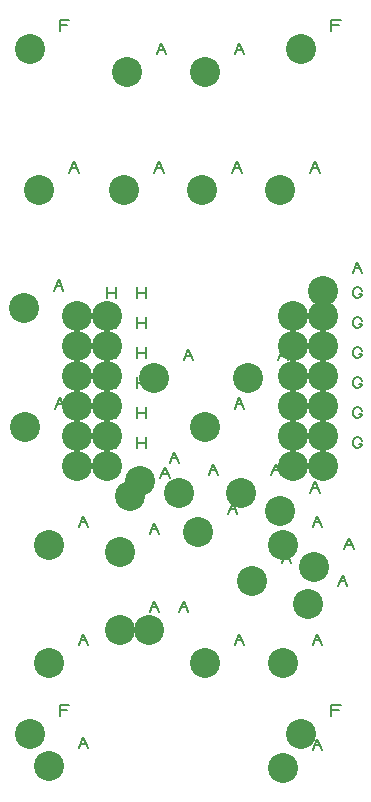
<source format=gbr>
G04 DesignSpark PCB PRO Gerber Version 10.0 Build 5299*
G04 #@! TF.Part,Single*
G04 #@! TF.FileFunction,Drillmap*
G04 #@! TF.FilePolarity,Positive*
%FSLAX35Y35*%
%MOIN*%
%ADD16C,0.00500*%
G04 #@! TA.AperFunction,ViaPad*
%ADD15C,0.10000*%
G04 #@! TD.AperFunction*
X0Y0D02*
D02*
D15*
X25984Y165748D03*
X26378Y126378D03*
X27953Y24016D03*
Y252362D03*
X31102Y205118D03*
X34252Y13189D03*
Y47638D03*
Y87008D03*
X43543Y113189D03*
Y123189D03*
Y133189D03*
Y143189D03*
Y153189D03*
Y163189D03*
X53543Y113189D03*
Y123189D03*
Y133189D03*
Y143189D03*
Y153189D03*
Y163189D03*
X57874Y58661D03*
Y84646D03*
X59449Y205118D03*
X60236Y244488D03*
X61417Y103150D03*
X64567Y108268D03*
X67717Y58661D03*
X69291Y142520D03*
X77559Y104331D03*
X84055Y91339D03*
X85433Y205118D03*
X86220Y47638D03*
Y126378D03*
Y244488D03*
X98425Y104331D03*
X100787Y142520D03*
X101969Y74803D03*
X111417Y98382D03*
Y205118D03*
X112205Y12598D03*
Y47638D03*
Y87008D03*
X115591Y113189D03*
Y123189D03*
Y133189D03*
Y143189D03*
Y153189D03*
Y163189D03*
X118504Y24016D03*
Y252362D03*
X120669Y67323D03*
X122835Y79528D03*
X125591Y113189D03*
Y123189D03*
Y133189D03*
Y143189D03*
Y153189D03*
Y163189D03*
Y171654D03*
D02*
D16*
X35984Y171685D02*
X37547Y175435D01*
X39109Y171685D01*
X36609Y173248D02*
X38484D01*
X36378Y132315D02*
X37941Y136065D01*
X39503Y132315D01*
X37003Y133878D02*
X38878D01*
X37953Y29953D02*
Y33703D01*
X41078D01*
X40453Y31828D02*
X37953D01*
Y258300D02*
Y262050D01*
X41078D01*
X40453Y260175D02*
X37953D01*
X41102Y211056D02*
X42665Y214806D01*
X44228Y211056D01*
X41728Y212618D02*
X43602D01*
X44252Y19126D02*
X45815Y22876D01*
X47377Y19126D01*
X44877Y20689D02*
X46752D01*
X44252Y53575D02*
X45815Y57325D01*
X47377Y53575D01*
X44877Y55138D02*
X46752D01*
X44252Y92945D02*
X45815Y96695D01*
X47377Y92945D01*
X44877Y94508D02*
X46752D01*
X53543Y119126D02*
Y122876D01*
Y121002D02*
X56669D01*
Y119126D02*
Y122876D01*
X53543Y129126D02*
Y132876D01*
Y131002D02*
X56669D01*
Y129126D02*
Y132876D01*
X53543Y139126D02*
Y142876D01*
Y141002D02*
X56669D01*
Y139126D02*
Y142876D01*
X53543Y149126D02*
Y152876D01*
Y151002D02*
X56669D01*
Y149126D02*
Y152876D01*
X53543Y159126D02*
Y162876D01*
Y161002D02*
X56669D01*
Y159126D02*
Y162876D01*
X53543Y169126D02*
Y172876D01*
Y171002D02*
X56669D01*
Y169126D02*
Y172876D01*
X63543Y119126D02*
Y122876D01*
Y121002D02*
X66669D01*
Y119126D02*
Y122876D01*
X63543Y129126D02*
Y132876D01*
Y131002D02*
X66669D01*
Y129126D02*
Y132876D01*
X63543Y139126D02*
Y142876D01*
Y141002D02*
X66669D01*
Y139126D02*
Y142876D01*
X63543Y149126D02*
Y152876D01*
Y151002D02*
X66669D01*
Y149126D02*
Y152876D01*
X63543Y159126D02*
Y162876D01*
Y161002D02*
X66669D01*
Y159126D02*
Y162876D01*
X63543Y169126D02*
Y172876D01*
Y171002D02*
X66669D01*
Y169126D02*
Y172876D01*
X67874Y64599D02*
X69437Y68349D01*
X70999Y64599D01*
X68499Y66161D02*
X70374D01*
X67874Y90583D02*
X69437Y94333D01*
X70999Y90583D01*
X68499Y92146D02*
X70374D01*
X69449Y211056D02*
X71011Y214806D01*
X72574Y211056D01*
X70074Y212618D02*
X71949D01*
X70236Y250426D02*
X71799Y254176D01*
X73361Y250426D01*
X70861Y251988D02*
X72736D01*
X71417Y109087D02*
X72980Y112837D01*
X74543Y109087D01*
X72043Y110650D02*
X73917D01*
X74567Y114205D02*
X76130Y117955D01*
X77692Y114205D01*
X75192Y115768D02*
X77067D01*
X77717Y64599D02*
X79279Y68349D01*
X80842Y64599D01*
X78342Y66161D02*
X80217D01*
X79291Y148457D02*
X80854Y152207D01*
X82417Y148457D01*
X79917Y150020D02*
X81791D01*
X87559Y110268D02*
X89122Y114018D01*
X90684Y110268D01*
X88184Y111831D02*
X90059D01*
X94055Y97276D02*
X95618Y101026D01*
X97180Y97276D01*
X94680Y98839D02*
X96555D01*
X95433Y211056D02*
X96996Y214806D01*
X98558Y211056D01*
X96058Y212618D02*
X97933D01*
X96220Y53575D02*
X97783Y57325D01*
X99346Y53575D01*
X96846Y55138D02*
X98720D01*
X96220Y132315D02*
X97783Y136065D01*
X99346Y132315D01*
X96846Y133878D02*
X98720D01*
X96220Y250426D02*
X97783Y254176D01*
X99346Y250426D01*
X96846Y251988D02*
X98720D01*
X108425Y110268D02*
X109988Y114018D01*
X111550Y110268D01*
X109050Y111831D02*
X110925D01*
X110787Y148457D02*
X112350Y152207D01*
X113913Y148457D01*
X111413Y150020D02*
X113287D01*
X111969Y80741D02*
X113531Y84491D01*
X115094Y80741D01*
X112594Y82303D02*
X114469D01*
X121417Y104319D02*
X122980Y108069D01*
X124543Y104319D01*
X122043Y105882D02*
X123917D01*
X121417Y211056D02*
X122980Y214806D01*
X124543Y211056D01*
X122043Y212618D02*
X123917D01*
X122205Y18536D02*
X123767Y22286D01*
X125330Y18536D01*
X122830Y20098D02*
X124705D01*
X122205Y53575D02*
X123767Y57325D01*
X125330Y53575D01*
X122830Y55138D02*
X124705D01*
X122205Y92945D02*
X123767Y96695D01*
X125330Y92945D01*
X122830Y94508D02*
X124705D01*
X127778Y120689D02*
X128716D01*
Y120376D01*
X128403Y119752D01*
X128091Y119439D01*
X127466Y119126D01*
X126841D01*
X126216Y119439D01*
X125903Y119752D01*
X125591Y120376D01*
Y121626D01*
X125903Y122252D01*
X126216Y122564D01*
X126841Y122876D01*
X127466D01*
X128091Y122564D01*
X128403Y122252D01*
X128716Y121626D01*
X127778Y130689D02*
X128716D01*
Y130376D01*
X128403Y129752D01*
X128091Y129439D01*
X127466Y129126D01*
X126841D01*
X126216Y129439D01*
X125903Y129752D01*
X125591Y130376D01*
Y131626D01*
X125903Y132252D01*
X126216Y132564D01*
X126841Y132876D01*
X127466D01*
X128091Y132564D01*
X128403Y132252D01*
X128716Y131626D01*
X127778Y140689D02*
X128716D01*
Y140376D01*
X128403Y139752D01*
X128091Y139439D01*
X127466Y139126D01*
X126841D01*
X126216Y139439D01*
X125903Y139752D01*
X125591Y140376D01*
Y141626D01*
X125903Y142252D01*
X126216Y142564D01*
X126841Y142876D01*
X127466D01*
X128091Y142564D01*
X128403Y142252D01*
X128716Y141626D01*
X127778Y150689D02*
X128716D01*
Y150376D01*
X128403Y149752D01*
X128091Y149439D01*
X127466Y149126D01*
X126841D01*
X126216Y149439D01*
X125903Y149752D01*
X125591Y150376D01*
Y151626D01*
X125903Y152252D01*
X126216Y152564D01*
X126841Y152876D01*
X127466D01*
X128091Y152564D01*
X128403Y152252D01*
X128716Y151626D01*
X127778Y160689D02*
X128716D01*
Y160376D01*
X128403Y159752D01*
X128091Y159439D01*
X127466Y159126D01*
X126841D01*
X126216Y159439D01*
X125903Y159752D01*
X125591Y160376D01*
Y161626D01*
X125903Y162252D01*
X126216Y162564D01*
X126841Y162876D01*
X127466D01*
X128091Y162564D01*
X128403Y162252D01*
X128716Y161626D01*
X127778Y170689D02*
X128716D01*
Y170376D01*
X128403Y169752D01*
X128091Y169439D01*
X127466Y169126D01*
X126841D01*
X126216Y169439D01*
X125903Y169752D01*
X125591Y170376D01*
Y171626D01*
X125903Y172252D01*
X126216Y172564D01*
X126841Y172876D01*
X127466D01*
X128091Y172564D01*
X128403Y172252D01*
X128716Y171626D01*
X128504Y29953D02*
Y33703D01*
X131629D01*
X131004Y31828D02*
X128504D01*
Y258300D02*
Y262050D01*
X131629D01*
X131004Y260175D02*
X128504D01*
X130669Y73260D02*
X132232Y77010D01*
X133794Y73260D01*
X131294Y74823D02*
X133169D01*
X132835Y85465D02*
X134397Y89215D01*
X135960Y85465D01*
X133460Y87028D02*
X135335D01*
X137778Y120689D02*
X138716D01*
Y120376D01*
X138403Y119752D01*
X138091Y119439D01*
X137466Y119126D01*
X136841D01*
X136216Y119439D01*
X135903Y119752D01*
X135591Y120376D01*
Y121626D01*
X135903Y122252D01*
X136216Y122564D01*
X136841Y122876D01*
X137466D01*
X138091Y122564D01*
X138403Y122252D01*
X138716Y121626D01*
X137778Y130689D02*
X138716D01*
Y130376D01*
X138403Y129752D01*
X138091Y129439D01*
X137466Y129126D01*
X136841D01*
X136216Y129439D01*
X135903Y129752D01*
X135591Y130376D01*
Y131626D01*
X135903Y132252D01*
X136216Y132564D01*
X136841Y132876D01*
X137466D01*
X138091Y132564D01*
X138403Y132252D01*
X138716Y131626D01*
X137778Y140689D02*
X138716D01*
Y140376D01*
X138403Y139752D01*
X138091Y139439D01*
X137466Y139126D01*
X136841D01*
X136216Y139439D01*
X135903Y139752D01*
X135591Y140376D01*
Y141626D01*
X135903Y142252D01*
X136216Y142564D01*
X136841Y142876D01*
X137466D01*
X138091Y142564D01*
X138403Y142252D01*
X138716Y141626D01*
X137778Y150689D02*
X138716D01*
Y150376D01*
X138403Y149752D01*
X138091Y149439D01*
X137466Y149126D01*
X136841D01*
X136216Y149439D01*
X135903Y149752D01*
X135591Y150376D01*
Y151626D01*
X135903Y152252D01*
X136216Y152564D01*
X136841Y152876D01*
X137466D01*
X138091Y152564D01*
X138403Y152252D01*
X138716Y151626D01*
X137778Y160689D02*
X138716D01*
Y160376D01*
X138403Y159752D01*
X138091Y159439D01*
X137466Y159126D01*
X136841D01*
X136216Y159439D01*
X135903Y159752D01*
X135591Y160376D01*
Y161626D01*
X135903Y162252D01*
X136216Y162564D01*
X136841Y162876D01*
X137466D01*
X138091Y162564D01*
X138403Y162252D01*
X138716Y161626D01*
X137778Y170689D02*
X138716D01*
Y170376D01*
X138403Y169752D01*
X138091Y169439D01*
X137466Y169126D01*
X136841D01*
X136216Y169439D01*
X135903Y169752D01*
X135591Y170376D01*
Y171626D01*
X135903Y172252D01*
X136216Y172564D01*
X136841Y172876D01*
X137466D01*
X138091Y172564D01*
X138403Y172252D01*
X138716Y171626D01*
X135591Y177591D02*
X137153Y181341D01*
X138716Y177591D01*
X136216Y179154D02*
X138091D01*
X0Y0D02*
M02*

</source>
